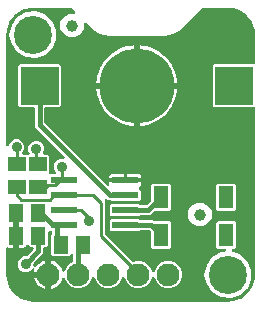
<source format=gbr>
G04 EAGLE Gerber RS-274X export*
G75*
%MOMM*%
%FSLAX34Y34*%
%LPD*%
%INTop Copper*%
%IPPOS*%
%AMOC8*
5,1,8,0,0,1.08239X$1,22.5*%
G01*
%ADD10R,1.300000X1.900000*%
%ADD11R,1.500000X1.240000*%
%ADD12C,1.930400*%
%ADD13R,1.240000X1.500000*%
%ADD14C,6.350000*%
%ADD15R,3.200000X3.200000*%
%ADD16C,3.216000*%
%ADD17C,1.000000*%
%ADD18R,2.200000X0.600000*%
%ADD19C,0.406400*%
%ADD20C,0.906400*%
%ADD21C,0.254000*%

G36*
X190522Y2543D02*
X190522Y2543D01*
X190600Y2545D01*
X193977Y2810D01*
X194045Y2824D01*
X194114Y2829D01*
X194270Y2869D01*
X200694Y4956D01*
X200801Y5006D01*
X200912Y5050D01*
X200963Y5083D01*
X200982Y5091D01*
X200997Y5104D01*
X201048Y5136D01*
X206512Y9107D01*
X206599Y9188D01*
X206646Y9227D01*
X206652Y9231D01*
X206653Y9233D01*
X206691Y9264D01*
X206729Y9310D01*
X206744Y9324D01*
X206755Y9341D01*
X206793Y9387D01*
X208486Y11717D01*
X208499Y11741D01*
X208516Y11761D01*
X208575Y11880D01*
X208639Y11996D01*
X208646Y12022D01*
X208658Y12046D01*
X208685Y12174D01*
X208699Y12185D01*
X208723Y12196D01*
X208825Y12281D01*
X208931Y12361D01*
X208948Y12381D01*
X208968Y12398D01*
X209071Y12522D01*
X210764Y14852D01*
X210821Y14956D01*
X210885Y15056D01*
X210907Y15113D01*
X210917Y15131D01*
X210922Y15151D01*
X210944Y15206D01*
X213031Y21630D01*
X213044Y21698D01*
X213067Y21764D01*
X213090Y21923D01*
X213355Y25300D01*
X213355Y25304D01*
X213356Y25307D01*
X213355Y25326D01*
X213359Y25400D01*
X213359Y166118D01*
X213344Y166236D01*
X213337Y166355D01*
X213324Y166393D01*
X213319Y166434D01*
X213276Y166544D01*
X213239Y166657D01*
X213217Y166692D01*
X213202Y166729D01*
X213133Y166825D01*
X213069Y166926D01*
X213039Y166954D01*
X213016Y166987D01*
X212924Y167063D01*
X212837Y167144D01*
X212802Y167164D01*
X212771Y167189D01*
X212663Y167240D01*
X212559Y167298D01*
X212519Y167308D01*
X212483Y167325D01*
X212366Y167347D01*
X212251Y167377D01*
X212191Y167381D01*
X212171Y167385D01*
X212150Y167383D01*
X212090Y167387D01*
X178442Y167387D01*
X177251Y168578D01*
X177251Y202262D01*
X178442Y203453D01*
X212090Y203453D01*
X212208Y203468D01*
X212327Y203475D01*
X212365Y203488D01*
X212406Y203493D01*
X212516Y203536D01*
X212629Y203573D01*
X212664Y203595D01*
X212701Y203610D01*
X212797Y203679D01*
X212898Y203743D01*
X212926Y203773D01*
X212959Y203796D01*
X213035Y203888D01*
X213116Y203975D01*
X213136Y204010D01*
X213161Y204041D01*
X213212Y204149D01*
X213270Y204253D01*
X213280Y204293D01*
X213297Y204329D01*
X213319Y204446D01*
X213349Y204561D01*
X213353Y204621D01*
X213357Y204641D01*
X213355Y204662D01*
X213359Y204722D01*
X213359Y228600D01*
X213357Y228622D01*
X213355Y228700D01*
X213090Y232077D01*
X213076Y232145D01*
X213071Y232214D01*
X213031Y232370D01*
X210944Y238794D01*
X210894Y238901D01*
X210850Y239012D01*
X210817Y239063D01*
X210809Y239082D01*
X210796Y239097D01*
X210764Y239148D01*
X206793Y244612D01*
X206712Y244699D01*
X206636Y244791D01*
X206590Y244829D01*
X206576Y244844D01*
X206558Y244855D01*
X206512Y244893D01*
X201048Y248864D01*
X200944Y248921D01*
X200844Y248985D01*
X200787Y249007D01*
X200769Y249017D01*
X200749Y249022D01*
X200694Y249044D01*
X194270Y251131D01*
X194202Y251144D01*
X194136Y251167D01*
X193977Y251190D01*
X190600Y251455D01*
X190578Y251454D01*
X190500Y251459D01*
X169218Y251459D01*
X169120Y251447D01*
X169021Y251444D01*
X168963Y251427D01*
X168903Y251419D01*
X168811Y251383D01*
X168715Y251355D01*
X168663Y251325D01*
X168607Y251302D01*
X168527Y251244D01*
X168442Y251194D01*
X168366Y251128D01*
X168350Y251116D01*
X168342Y251106D01*
X168321Y251088D01*
X151630Y234397D01*
X150145Y232912D01*
X143774Y229233D01*
X136667Y227329D01*
X89393Y227329D01*
X82286Y229233D01*
X75915Y232912D01*
X70587Y238239D01*
X70478Y238325D01*
X70371Y238413D01*
X70352Y238422D01*
X70336Y238434D01*
X70208Y238490D01*
X70083Y238549D01*
X70063Y238553D01*
X70044Y238561D01*
X69906Y238583D01*
X69770Y238609D01*
X69750Y238607D01*
X69730Y238611D01*
X69591Y238597D01*
X69453Y238589D01*
X69434Y238583D01*
X69414Y238581D01*
X69282Y238534D01*
X69151Y238491D01*
X69133Y238480D01*
X69114Y238473D01*
X68999Y238395D01*
X68882Y238321D01*
X68868Y238306D01*
X68851Y238295D01*
X68759Y238190D01*
X68664Y238089D01*
X68654Y238071D01*
X68641Y238056D01*
X68577Y237932D01*
X68510Y237811D01*
X68505Y237791D01*
X68496Y237773D01*
X68466Y237637D01*
X68431Y237503D01*
X68429Y237475D01*
X68426Y237463D01*
X68427Y237442D01*
X68421Y237342D01*
X68421Y233540D01*
X65741Y228899D01*
X61100Y226219D01*
X55740Y226219D01*
X51099Y228899D01*
X48419Y233540D01*
X48419Y238900D01*
X51099Y243541D01*
X55740Y246221D01*
X59542Y246221D01*
X59679Y246238D01*
X59818Y246251D01*
X59837Y246258D01*
X59857Y246261D01*
X59986Y246312D01*
X60118Y246359D01*
X60134Y246370D01*
X60153Y246378D01*
X60265Y246459D01*
X60381Y246537D01*
X60394Y246553D01*
X60410Y246564D01*
X60499Y246672D01*
X60591Y246776D01*
X60600Y246794D01*
X60613Y246809D01*
X60672Y246935D01*
X60736Y247059D01*
X60740Y247079D01*
X60749Y247097D01*
X60775Y247233D01*
X60805Y247369D01*
X60805Y247390D01*
X60809Y247409D01*
X60800Y247548D01*
X60796Y247687D01*
X60790Y247707D01*
X60789Y247727D01*
X60746Y247859D01*
X60707Y247993D01*
X60697Y248010D01*
X60691Y248029D01*
X60616Y248147D01*
X60546Y248267D01*
X60527Y248288D01*
X60521Y248298D01*
X60506Y248312D01*
X60505Y248314D01*
X60501Y248318D01*
X60439Y248387D01*
X57739Y251088D01*
X57661Y251148D01*
X57589Y251216D01*
X57536Y251245D01*
X57488Y251282D01*
X57397Y251322D01*
X57310Y251370D01*
X57252Y251385D01*
X57196Y251409D01*
X57098Y251424D01*
X57003Y251449D01*
X56903Y251455D01*
X56882Y251459D01*
X56870Y251457D01*
X56842Y251459D01*
X25400Y251459D01*
X25378Y251457D01*
X25300Y251455D01*
X21923Y251190D01*
X21855Y251176D01*
X21786Y251171D01*
X21630Y251131D01*
X18892Y250241D01*
X18867Y250230D01*
X18841Y250224D01*
X18724Y250163D01*
X18604Y250106D01*
X18583Y250089D01*
X18560Y250077D01*
X18462Y249989D01*
X18445Y249988D01*
X18418Y249993D01*
X18286Y249985D01*
X18153Y249983D01*
X18128Y249975D01*
X18101Y249974D01*
X17945Y249934D01*
X15206Y249044D01*
X15099Y248994D01*
X14988Y248950D01*
X14937Y248917D01*
X14918Y248909D01*
X14903Y248896D01*
X14852Y248864D01*
X9388Y244893D01*
X9301Y244812D01*
X9209Y244736D01*
X9171Y244690D01*
X9156Y244676D01*
X9145Y244658D01*
X9107Y244612D01*
X5136Y239148D01*
X5079Y239044D01*
X5015Y238944D01*
X4993Y238887D01*
X4983Y238869D01*
X4978Y238849D01*
X4956Y238794D01*
X2869Y232370D01*
X2856Y232302D01*
X2833Y232236D01*
X2810Y232077D01*
X2545Y228700D01*
X2546Y228678D01*
X2541Y228600D01*
X2541Y135425D01*
X2549Y135356D01*
X2548Y135286D01*
X2569Y135198D01*
X2581Y135109D01*
X2606Y135044D01*
X2623Y134977D01*
X2665Y134897D01*
X2698Y134814D01*
X2739Y134757D01*
X2771Y134695D01*
X2832Y134629D01*
X2884Y134556D01*
X2938Y134512D01*
X2985Y134460D01*
X3060Y134411D01*
X3129Y134353D01*
X3193Y134324D01*
X3251Y134285D01*
X3336Y134256D01*
X3417Y134218D01*
X3486Y134205D01*
X3552Y134182D01*
X3641Y134175D01*
X3729Y134158D01*
X3799Y134162D01*
X3869Y134157D01*
X3957Y134172D01*
X4047Y134178D01*
X4113Y134199D01*
X4182Y134211D01*
X4264Y134248D01*
X4349Y134276D01*
X4408Y134313D01*
X4472Y134342D01*
X4542Y134398D01*
X4618Y134446D01*
X4666Y134497D01*
X4720Y134540D01*
X4775Y134612D01*
X4836Y134678D01*
X4870Y134739D01*
X4912Y134795D01*
X4983Y134939D01*
X5865Y137069D01*
X7711Y138915D01*
X10124Y139915D01*
X12736Y139915D01*
X15149Y138915D01*
X16995Y137069D01*
X17995Y134656D01*
X17995Y132044D01*
X16995Y129631D01*
X16483Y129119D01*
X16398Y129010D01*
X16310Y128903D01*
X16301Y128884D01*
X16288Y128868D01*
X16233Y128740D01*
X16174Y128615D01*
X16170Y128595D01*
X16162Y128576D01*
X16140Y128438D01*
X16114Y128302D01*
X16115Y128282D01*
X16112Y128262D01*
X16125Y128123D01*
X16134Y127985D01*
X16140Y127966D01*
X16142Y127946D01*
X16189Y127815D01*
X16232Y127683D01*
X16243Y127665D01*
X16250Y127646D01*
X16328Y127532D01*
X16402Y127414D01*
X16417Y127400D01*
X16428Y127383D01*
X16532Y127291D01*
X16634Y127196D01*
X16652Y127186D01*
X16667Y127173D01*
X16790Y127110D01*
X16912Y127042D01*
X16932Y127037D01*
X16950Y127028D01*
X17086Y126998D01*
X17220Y126963D01*
X17248Y126961D01*
X17260Y126958D01*
X17281Y126959D01*
X17381Y126953D01*
X20126Y126953D01*
X20199Y126936D01*
X20239Y126937D01*
X20279Y126931D01*
X20398Y126942D01*
X20517Y126946D01*
X20541Y126953D01*
X21059Y126953D01*
X21108Y126959D01*
X21158Y126957D01*
X21265Y126979D01*
X21374Y126993D01*
X21420Y127011D01*
X21469Y127021D01*
X21568Y127069D01*
X21670Y127110D01*
X21710Y127139D01*
X21755Y127161D01*
X21838Y127232D01*
X21927Y127296D01*
X21959Y127335D01*
X21997Y127367D01*
X22060Y127457D01*
X22130Y127541D01*
X22151Y127586D01*
X22180Y127627D01*
X22219Y127730D01*
X22266Y127829D01*
X22275Y127878D01*
X22292Y127924D01*
X22305Y128034D01*
X22325Y128141D01*
X22322Y128191D01*
X22328Y128240D01*
X22312Y128349D01*
X22306Y128459D01*
X22290Y128506D01*
X22283Y128555D01*
X22231Y128708D01*
X21375Y130774D01*
X21375Y133386D01*
X22375Y135799D01*
X24221Y137645D01*
X26634Y138645D01*
X29246Y138645D01*
X31659Y137645D01*
X33505Y135799D01*
X34505Y133386D01*
X34505Y130774D01*
X33649Y128708D01*
X33636Y128660D01*
X33614Y128615D01*
X33594Y128507D01*
X33565Y128401D01*
X33564Y128351D01*
X33555Y128302D01*
X33562Y128193D01*
X33560Y128083D01*
X33571Y128035D01*
X33574Y127985D01*
X33608Y127881D01*
X33634Y127774D01*
X33657Y127730D01*
X33672Y127683D01*
X33731Y127590D01*
X33783Y127493D01*
X33816Y127456D01*
X33843Y127414D01*
X33923Y127339D01*
X33997Y127257D01*
X34038Y127230D01*
X34074Y127196D01*
X34170Y127143D01*
X34262Y127083D01*
X34309Y127066D01*
X34353Y127042D01*
X34459Y127015D01*
X34563Y126979D01*
X34613Y126975D01*
X34661Y126963D01*
X34821Y126953D01*
X37552Y126953D01*
X38743Y125762D01*
X38743Y111712D01*
X38758Y111594D01*
X38765Y111475D01*
X38778Y111437D01*
X38783Y111396D01*
X38826Y111286D01*
X38863Y111173D01*
X38885Y111138D01*
X38900Y111101D01*
X38969Y111005D01*
X39033Y110904D01*
X39063Y110876D01*
X39086Y110843D01*
X39178Y110767D01*
X39265Y110686D01*
X39300Y110666D01*
X39331Y110641D01*
X39439Y110590D01*
X39543Y110532D01*
X39583Y110522D01*
X39619Y110505D01*
X39736Y110483D01*
X39851Y110453D01*
X39911Y110449D01*
X39931Y110445D01*
X39952Y110447D01*
X40012Y110443D01*
X43579Y110443D01*
X43717Y110460D01*
X43855Y110473D01*
X43874Y110480D01*
X43895Y110483D01*
X44024Y110534D01*
X44155Y110581D01*
X44172Y110592D01*
X44190Y110600D01*
X44303Y110681D01*
X44418Y110759D01*
X44431Y110775D01*
X44448Y110786D01*
X44536Y110894D01*
X44628Y110998D01*
X44638Y111016D01*
X44650Y111031D01*
X44710Y111157D01*
X44773Y111281D01*
X44777Y111301D01*
X44786Y111319D01*
X44812Y111456D01*
X44843Y111591D01*
X44842Y111612D01*
X44846Y111631D01*
X44837Y111770D01*
X44833Y111909D01*
X44827Y111929D01*
X44826Y111949D01*
X44783Y112081D01*
X44745Y112215D01*
X44734Y112232D01*
X44728Y112251D01*
X44654Y112369D01*
X44583Y112489D01*
X44564Y112510D01*
X44558Y112520D01*
X44543Y112534D01*
X44477Y112609D01*
X43965Y113121D01*
X42965Y115534D01*
X42965Y118146D01*
X43965Y120559D01*
X45811Y122405D01*
X48224Y123405D01*
X50663Y123405D01*
X50800Y123422D01*
X50939Y123435D01*
X50958Y123442D01*
X50978Y123445D01*
X51107Y123496D01*
X51238Y123543D01*
X51255Y123554D01*
X51274Y123562D01*
X51386Y123643D01*
X51501Y123721D01*
X51515Y123737D01*
X51531Y123748D01*
X51620Y123856D01*
X51712Y123960D01*
X51721Y123978D01*
X51734Y123993D01*
X51793Y124119D01*
X51856Y124243D01*
X51861Y124263D01*
X51870Y124281D01*
X51896Y124417D01*
X51926Y124553D01*
X51926Y124574D01*
X51929Y124593D01*
X51921Y124732D01*
X51916Y124871D01*
X51911Y124891D01*
X51910Y124911D01*
X51867Y125043D01*
X51828Y125177D01*
X51818Y125194D01*
X51812Y125213D01*
X51737Y125331D01*
X51667Y125451D01*
X51648Y125472D01*
X51641Y125482D01*
X51627Y125496D01*
X51560Y125571D01*
X29464Y147668D01*
X26711Y150420D01*
X26711Y166118D01*
X26696Y166236D01*
X26689Y166355D01*
X26676Y166393D01*
X26671Y166434D01*
X26628Y166544D01*
X26591Y166657D01*
X26569Y166692D01*
X26554Y166729D01*
X26485Y166825D01*
X26421Y166926D01*
X26391Y166954D01*
X26368Y166987D01*
X26276Y167063D01*
X26189Y167144D01*
X26154Y167164D01*
X26123Y167189D01*
X26015Y167240D01*
X25911Y167298D01*
X25871Y167308D01*
X25835Y167325D01*
X25718Y167347D01*
X25603Y167377D01*
X25543Y167381D01*
X25523Y167385D01*
X25502Y167383D01*
X25442Y167387D01*
X13934Y167387D01*
X12743Y168578D01*
X12743Y202262D01*
X13934Y203453D01*
X47618Y203453D01*
X48809Y202262D01*
X48809Y168578D01*
X47618Y167387D01*
X36110Y167387D01*
X35992Y167372D01*
X35873Y167365D01*
X35835Y167352D01*
X35794Y167347D01*
X35684Y167304D01*
X35571Y167267D01*
X35536Y167245D01*
X35499Y167230D01*
X35403Y167161D01*
X35302Y167097D01*
X35274Y167067D01*
X35241Y167044D01*
X35165Y166952D01*
X35084Y166865D01*
X35064Y166830D01*
X35039Y166799D01*
X34988Y166691D01*
X34930Y166587D01*
X34920Y166547D01*
X34903Y166511D01*
X34881Y166394D01*
X34851Y166279D01*
X34847Y166219D01*
X34843Y166199D01*
X34845Y166178D01*
X34841Y166118D01*
X34841Y154313D01*
X34853Y154215D01*
X34856Y154116D01*
X34873Y154058D01*
X34881Y153998D01*
X34917Y153906D01*
X34945Y153811D01*
X34975Y153758D01*
X34998Y153702D01*
X35056Y153622D01*
X35106Y153537D01*
X35172Y153461D01*
X35184Y153445D01*
X35194Y153437D01*
X35212Y153416D01*
X87816Y100813D01*
X87931Y100723D01*
X88044Y100632D01*
X88056Y100626D01*
X88067Y100618D01*
X88201Y100560D01*
X88333Y100499D01*
X88346Y100497D01*
X88359Y100491D01*
X88503Y100469D01*
X88646Y100443D01*
X88659Y100444D01*
X88673Y100442D01*
X88818Y100455D01*
X88963Y100466D01*
X88976Y100470D01*
X88989Y100471D01*
X89127Y100521D01*
X89265Y100567D01*
X89276Y100574D01*
X89289Y100579D01*
X89409Y100661D01*
X89532Y100740D01*
X89541Y100750D01*
X89552Y100758D01*
X89648Y100866D01*
X89747Y100974D01*
X89753Y100986D01*
X89762Y100996D01*
X89829Y101126D01*
X89898Y101254D01*
X89901Y101267D01*
X89907Y101279D01*
X89939Y101421D01*
X89974Y101563D01*
X89974Y101577D01*
X89977Y101590D01*
X89972Y101735D01*
X89971Y101881D01*
X89967Y101899D01*
X89967Y101907D01*
X89962Y101924D01*
X89939Y102039D01*
X89929Y102076D01*
X89929Y103911D01*
X103240Y103911D01*
X103358Y103926D01*
X103477Y103933D01*
X103484Y103935D01*
X103540Y103921D01*
X103600Y103917D01*
X103620Y103913D01*
X103640Y103915D01*
X103700Y103911D01*
X117011Y103911D01*
X117011Y102076D01*
X116838Y101429D01*
X116503Y100850D01*
X116030Y100377D01*
X115337Y99977D01*
X115237Y99901D01*
X115133Y99830D01*
X115111Y99805D01*
X115084Y99785D01*
X115006Y99686D01*
X114923Y99592D01*
X114907Y99562D01*
X114886Y99536D01*
X114835Y99420D01*
X114778Y99309D01*
X114771Y99276D01*
X114757Y99245D01*
X114736Y99121D01*
X114708Y98998D01*
X114709Y98965D01*
X114704Y98931D01*
X114714Y98806D01*
X114718Y98681D01*
X114727Y98648D01*
X114730Y98615D01*
X114772Y98496D01*
X114806Y98375D01*
X114824Y98346D01*
X114835Y98314D01*
X114904Y98209D01*
X114968Y98101D01*
X115000Y98064D01*
X115010Y98049D01*
X115027Y98035D01*
X115074Y97980D01*
X116503Y96552D01*
X116503Y88868D01*
X115312Y87677D01*
X91628Y87677D01*
X91032Y88274D01*
X90953Y88334D01*
X90881Y88402D01*
X90828Y88431D01*
X90780Y88468D01*
X90690Y88508D01*
X90603Y88556D01*
X90544Y88571D01*
X90489Y88595D01*
X90391Y88610D01*
X90295Y88635D01*
X90195Y88641D01*
X90175Y88645D01*
X90162Y88643D01*
X90134Y88645D01*
X88486Y88645D01*
X88019Y89112D01*
X87910Y89197D01*
X87803Y89286D01*
X87784Y89295D01*
X87768Y89307D01*
X87640Y89362D01*
X87515Y89422D01*
X87495Y89425D01*
X87476Y89433D01*
X87338Y89455D01*
X87202Y89481D01*
X87182Y89480D01*
X87162Y89483D01*
X87023Y89470D01*
X86885Y89462D01*
X86866Y89455D01*
X86846Y89453D01*
X86715Y89406D01*
X86583Y89364D01*
X86565Y89353D01*
X86546Y89346D01*
X86432Y89268D01*
X86314Y89193D01*
X86300Y89179D01*
X86283Y89167D01*
X86191Y89063D01*
X86096Y88962D01*
X86086Y88944D01*
X86073Y88929D01*
X86010Y88805D01*
X85942Y88683D01*
X85937Y88664D01*
X85928Y88646D01*
X85898Y88510D01*
X85863Y88375D01*
X85861Y88347D01*
X85858Y88335D01*
X85859Y88315D01*
X85853Y88215D01*
X85853Y60314D01*
X85865Y60216D01*
X85868Y60117D01*
X85885Y60058D01*
X85893Y59998D01*
X85929Y59906D01*
X85957Y59811D01*
X85987Y59759D01*
X86010Y59703D01*
X86068Y59623D01*
X86118Y59537D01*
X86184Y59462D01*
X86196Y59445D01*
X86206Y59437D01*
X86224Y59416D01*
X108958Y36683D01*
X108981Y36665D01*
X109000Y36642D01*
X109106Y36568D01*
X109209Y36488D01*
X109236Y36476D01*
X109260Y36459D01*
X109382Y36413D01*
X109501Y36362D01*
X109530Y36357D01*
X109558Y36346D01*
X109687Y36332D01*
X109815Y36312D01*
X109845Y36314D01*
X109874Y36311D01*
X110002Y36329D01*
X110132Y36341D01*
X110160Y36351D01*
X110189Y36356D01*
X110341Y36408D01*
X111976Y37085D01*
X116624Y37085D01*
X120919Y35306D01*
X124206Y32019D01*
X125827Y28104D01*
X125896Y27983D01*
X125961Y27860D01*
X125975Y27845D01*
X125985Y27828D01*
X126082Y27728D01*
X126175Y27625D01*
X126192Y27614D01*
X126206Y27599D01*
X126325Y27527D01*
X126441Y27450D01*
X126460Y27444D01*
X126477Y27433D01*
X126610Y27392D01*
X126742Y27347D01*
X126762Y27346D01*
X126781Y27340D01*
X126920Y27333D01*
X127059Y27322D01*
X127079Y27325D01*
X127099Y27324D01*
X127235Y27353D01*
X127372Y27376D01*
X127391Y27385D01*
X127410Y27389D01*
X127536Y27450D01*
X127662Y27507D01*
X127678Y27520D01*
X127696Y27528D01*
X127802Y27619D01*
X127910Y27706D01*
X127923Y27722D01*
X127938Y27735D01*
X128018Y27849D01*
X128102Y27960D01*
X128114Y27985D01*
X128121Y27995D01*
X128128Y28014D01*
X128173Y28104D01*
X129794Y32019D01*
X133081Y35306D01*
X137376Y37085D01*
X142024Y37085D01*
X146319Y35306D01*
X149606Y32019D01*
X151385Y27724D01*
X151385Y23076D01*
X149606Y18781D01*
X146319Y15494D01*
X142024Y13715D01*
X137376Y13715D01*
X133081Y15494D01*
X129794Y18781D01*
X128173Y22696D01*
X128104Y22816D01*
X128039Y22940D01*
X128025Y22954D01*
X128015Y22972D01*
X127918Y23072D01*
X127825Y23175D01*
X127808Y23186D01*
X127794Y23201D01*
X127676Y23273D01*
X127559Y23350D01*
X127540Y23356D01*
X127523Y23367D01*
X127390Y23408D01*
X127258Y23453D01*
X127238Y23454D01*
X127219Y23460D01*
X127080Y23467D01*
X126941Y23478D01*
X126921Y23475D01*
X126901Y23476D01*
X126765Y23447D01*
X126628Y23424D01*
X126610Y23415D01*
X126590Y23411D01*
X126464Y23350D01*
X126338Y23293D01*
X126322Y23280D01*
X126304Y23272D01*
X126198Y23181D01*
X126090Y23094D01*
X126077Y23078D01*
X126062Y23065D01*
X125982Y22951D01*
X125898Y22840D01*
X125886Y22815D01*
X125879Y22805D01*
X125872Y22786D01*
X125827Y22696D01*
X124206Y18781D01*
X120919Y15494D01*
X116624Y13715D01*
X111976Y13715D01*
X107681Y15494D01*
X104394Y18781D01*
X102773Y22696D01*
X102704Y22816D01*
X102639Y22939D01*
X102625Y22954D01*
X102615Y22972D01*
X102518Y23072D01*
X102425Y23175D01*
X102408Y23186D01*
X102394Y23200D01*
X102276Y23273D01*
X102159Y23350D01*
X102140Y23356D01*
X102123Y23367D01*
X101990Y23408D01*
X101858Y23453D01*
X101838Y23454D01*
X101819Y23460D01*
X101680Y23467D01*
X101541Y23478D01*
X101521Y23475D01*
X101501Y23475D01*
X101365Y23447D01*
X101228Y23424D01*
X101210Y23415D01*
X101190Y23411D01*
X101064Y23350D01*
X100938Y23293D01*
X100922Y23280D01*
X100904Y23271D01*
X100798Y23181D01*
X100690Y23094D01*
X100677Y23078D01*
X100662Y23065D01*
X100582Y22951D01*
X100498Y22840D01*
X100486Y22815D01*
X100479Y22805D01*
X100472Y22786D01*
X100427Y22696D01*
X98806Y18781D01*
X95519Y15494D01*
X91224Y13715D01*
X86576Y13715D01*
X82281Y15494D01*
X78994Y18781D01*
X77373Y22696D01*
X77304Y22816D01*
X77239Y22939D01*
X77225Y22954D01*
X77215Y22972D01*
X77118Y23072D01*
X77025Y23175D01*
X77008Y23186D01*
X76994Y23200D01*
X76876Y23273D01*
X76759Y23350D01*
X76740Y23356D01*
X76723Y23367D01*
X76590Y23408D01*
X76458Y23453D01*
X76438Y23454D01*
X76419Y23460D01*
X76280Y23467D01*
X76141Y23478D01*
X76121Y23475D01*
X76101Y23475D01*
X75965Y23447D01*
X75828Y23424D01*
X75810Y23415D01*
X75790Y23411D01*
X75664Y23350D01*
X75538Y23293D01*
X75522Y23280D01*
X75504Y23271D01*
X75398Y23181D01*
X75290Y23094D01*
X75277Y23078D01*
X75262Y23065D01*
X75182Y22951D01*
X75098Y22840D01*
X75086Y22815D01*
X75079Y22805D01*
X75072Y22786D01*
X75027Y22696D01*
X73406Y18781D01*
X70119Y15494D01*
X65824Y13715D01*
X61176Y13715D01*
X56881Y15494D01*
X53594Y18781D01*
X52207Y22130D01*
X52192Y22156D01*
X52183Y22184D01*
X52114Y22294D01*
X52050Y22406D01*
X52029Y22428D01*
X52013Y22453D01*
X51919Y22541D01*
X51828Y22635D01*
X51803Y22650D01*
X51781Y22671D01*
X51668Y22733D01*
X51557Y22801D01*
X51529Y22810D01*
X51502Y22824D01*
X51377Y22856D01*
X51253Y22894D01*
X51223Y22896D01*
X51194Y22903D01*
X51065Y22903D01*
X50936Y22910D01*
X50906Y22904D01*
X50876Y22904D01*
X50751Y22871D01*
X50624Y22845D01*
X50597Y22832D01*
X50568Y22825D01*
X50455Y22763D01*
X50338Y22706D01*
X50316Y22686D01*
X50289Y22672D01*
X50195Y22583D01*
X50096Y22499D01*
X50079Y22475D01*
X50057Y22454D01*
X49988Y22345D01*
X49913Y22239D01*
X49903Y22211D01*
X49887Y22186D01*
X49827Y22036D01*
X49399Y20720D01*
X48528Y19010D01*
X47400Y17457D01*
X46043Y16100D01*
X44490Y14972D01*
X42780Y14101D01*
X40955Y13507D01*
X40599Y13451D01*
X40599Y24170D01*
X40584Y24288D01*
X40577Y24407D01*
X40564Y24445D01*
X40559Y24485D01*
X40516Y24596D01*
X40479Y24709D01*
X40457Y24743D01*
X40442Y24781D01*
X40373Y24877D01*
X40309Y24978D01*
X40279Y25006D01*
X40256Y25038D01*
X40164Y25114D01*
X40077Y25196D01*
X40042Y25215D01*
X40011Y25241D01*
X39903Y25292D01*
X39799Y25349D01*
X39759Y25359D01*
X39723Y25377D01*
X39616Y25397D01*
X39646Y25401D01*
X39756Y25445D01*
X39869Y25481D01*
X39904Y25503D01*
X39941Y25518D01*
X40037Y25588D01*
X40138Y25651D01*
X40166Y25681D01*
X40199Y25705D01*
X40275Y25796D01*
X40356Y25883D01*
X40376Y25918D01*
X40401Y25950D01*
X40452Y26057D01*
X40510Y26162D01*
X40520Y26201D01*
X40537Y26237D01*
X40559Y26354D01*
X40589Y26470D01*
X40593Y26530D01*
X40597Y26550D01*
X40595Y26570D01*
X40597Y26576D01*
X40596Y26583D01*
X40599Y26630D01*
X40599Y37349D01*
X40955Y37293D01*
X42780Y36699D01*
X44490Y35828D01*
X46043Y34700D01*
X47400Y33343D01*
X48528Y31790D01*
X49399Y30080D01*
X49827Y28764D01*
X49840Y28737D01*
X49847Y28708D01*
X49870Y28664D01*
X49873Y28656D01*
X49883Y28640D01*
X49908Y28593D01*
X49963Y28476D01*
X49982Y28453D01*
X49996Y28426D01*
X50083Y28331D01*
X50165Y28231D01*
X50190Y28213D01*
X50210Y28191D01*
X50318Y28120D01*
X50423Y28044D01*
X50450Y28033D01*
X50475Y28016D01*
X50598Y27974D01*
X50718Y27927D01*
X50748Y27923D01*
X50776Y27913D01*
X50905Y27903D01*
X51034Y27887D01*
X51063Y27890D01*
X51093Y27888D01*
X51221Y27910D01*
X51349Y27926D01*
X51377Y27937D01*
X51406Y27942D01*
X51524Y27995D01*
X51645Y28043D01*
X51669Y28061D01*
X51696Y28073D01*
X51797Y28154D01*
X51903Y28230D01*
X51922Y28253D01*
X51945Y28271D01*
X52023Y28375D01*
X52105Y28475D01*
X52118Y28502D01*
X52136Y28526D01*
X52207Y28670D01*
X53594Y32019D01*
X56881Y35306D01*
X58652Y36039D01*
X58677Y36054D01*
X58705Y36063D01*
X58815Y36132D01*
X58928Y36197D01*
X58949Y36217D01*
X58974Y36233D01*
X59063Y36328D01*
X59156Y36418D01*
X59172Y36443D01*
X59192Y36465D01*
X59255Y36578D01*
X59323Y36689D01*
X59331Y36717D01*
X59346Y36743D01*
X59378Y36869D01*
X59416Y36993D01*
X59418Y37023D01*
X59425Y37051D01*
X59435Y37212D01*
X59435Y41676D01*
X59418Y41814D01*
X59405Y41953D01*
X59398Y41972D01*
X59395Y41992D01*
X59344Y42121D01*
X59297Y42252D01*
X59286Y42269D01*
X59278Y42288D01*
X59197Y42400D01*
X59119Y42515D01*
X59103Y42528D01*
X59092Y42545D01*
X58984Y42634D01*
X58880Y42726D01*
X58862Y42735D01*
X58847Y42748D01*
X58721Y42807D01*
X58597Y42870D01*
X58577Y42875D01*
X58559Y42883D01*
X58422Y42909D01*
X58287Y42940D01*
X58266Y42939D01*
X58247Y42943D01*
X58108Y42934D01*
X57969Y42930D01*
X57949Y42925D01*
X57929Y42923D01*
X57797Y42881D01*
X57663Y42842D01*
X57646Y42831D01*
X57627Y42825D01*
X57509Y42751D01*
X57389Y42680D01*
X57368Y42662D01*
X57358Y42655D01*
X57344Y42640D01*
X57269Y42574D01*
X55962Y41267D01*
X41878Y41267D01*
X40687Y42458D01*
X40687Y59142D01*
X41283Y59738D01*
X41344Y59816D01*
X41412Y59889D01*
X41441Y59942D01*
X41478Y59989D01*
X41518Y60080D01*
X41566Y60167D01*
X41581Y60226D01*
X41605Y60281D01*
X41620Y60379D01*
X41645Y60475D01*
X41651Y60575D01*
X41655Y60595D01*
X41653Y60608D01*
X41655Y60636D01*
X41655Y61008D01*
X41640Y61126D01*
X41633Y61245D01*
X41620Y61283D01*
X41615Y61324D01*
X41572Y61434D01*
X41535Y61547D01*
X41513Y61582D01*
X41498Y61619D01*
X41429Y61715D01*
X41365Y61816D01*
X41335Y61844D01*
X41312Y61877D01*
X41220Y61953D01*
X41133Y62034D01*
X41098Y62054D01*
X41067Y62079D01*
X40959Y62130D01*
X40855Y62188D01*
X40815Y62198D01*
X40779Y62215D01*
X40662Y62237D01*
X40547Y62267D01*
X40487Y62271D01*
X40467Y62275D01*
X40446Y62273D01*
X40386Y62277D01*
X39322Y62277D01*
X39204Y62262D01*
X39085Y62255D01*
X39047Y62242D01*
X39006Y62237D01*
X38896Y62194D01*
X38783Y62157D01*
X38748Y62135D01*
X38711Y62120D01*
X38615Y62051D01*
X38514Y61987D01*
X38486Y61957D01*
X38453Y61934D01*
X38377Y61842D01*
X38296Y61755D01*
X38276Y61720D01*
X38251Y61689D01*
X38200Y61581D01*
X38142Y61477D01*
X38132Y61437D01*
X38115Y61401D01*
X38093Y61284D01*
X38063Y61169D01*
X38059Y61109D01*
X38055Y61089D01*
X38057Y61068D01*
X38053Y61008D01*
X38053Y50078D01*
X36862Y48887D01*
X35154Y48887D01*
X35036Y48872D01*
X34917Y48865D01*
X34879Y48852D01*
X34838Y48847D01*
X34728Y48804D01*
X34615Y48767D01*
X34580Y48745D01*
X34543Y48730D01*
X34447Y48661D01*
X34346Y48597D01*
X34318Y48567D01*
X34285Y48544D01*
X34209Y48452D01*
X34128Y48365D01*
X34108Y48330D01*
X34083Y48299D01*
X34032Y48191D01*
X33974Y48087D01*
X33964Y48047D01*
X33947Y48011D01*
X33925Y47894D01*
X33895Y47779D01*
X33891Y47719D01*
X33887Y47699D01*
X33889Y47678D01*
X33885Y47618D01*
X33885Y43376D01*
X25986Y35478D01*
X25926Y35400D01*
X25858Y35328D01*
X25829Y35275D01*
X25792Y35227D01*
X25752Y35136D01*
X25704Y35049D01*
X25689Y34991D01*
X25665Y34935D01*
X25650Y34837D01*
X25625Y34741D01*
X25619Y34641D01*
X25615Y34621D01*
X25617Y34609D01*
X25615Y34581D01*
X25615Y32865D01*
X25625Y32786D01*
X25625Y32707D01*
X25645Y32629D01*
X25655Y32550D01*
X25684Y32476D01*
X25704Y32399D01*
X25742Y32328D01*
X25772Y32254D01*
X25818Y32190D01*
X25857Y32120D01*
X25911Y32062D01*
X25958Y31997D01*
X26020Y31946D01*
X26074Y31888D01*
X26142Y31845D01*
X26203Y31794D01*
X26275Y31760D01*
X26343Y31717D01*
X26419Y31692D01*
X26491Y31658D01*
X26569Y31643D01*
X26645Y31619D01*
X26725Y31614D01*
X26803Y31599D01*
X26883Y31604D01*
X26962Y31599D01*
X27041Y31613D01*
X27121Y31618D01*
X27197Y31643D01*
X27275Y31658D01*
X27347Y31692D01*
X27423Y31716D01*
X27491Y31759D01*
X27563Y31793D01*
X27624Y31844D01*
X27692Y31887D01*
X27747Y31945D01*
X27808Y31995D01*
X27909Y32117D01*
X27910Y32118D01*
X27910Y32119D01*
X27911Y32119D01*
X28800Y33343D01*
X30157Y34700D01*
X31710Y35828D01*
X33420Y36699D01*
X35245Y37293D01*
X35601Y37349D01*
X35601Y27899D01*
X26151Y27899D01*
X26207Y28255D01*
X26455Y29017D01*
X26459Y29036D01*
X26467Y29055D01*
X26488Y29192D01*
X26515Y29329D01*
X26513Y29349D01*
X26516Y29369D01*
X26503Y29508D01*
X26495Y29646D01*
X26488Y29665D01*
X26487Y29685D01*
X26439Y29817D01*
X26396Y29949D01*
X26386Y29966D01*
X26379Y29985D01*
X26301Y30100D01*
X26226Y30218D01*
X26212Y30231D01*
X26200Y30248D01*
X26096Y30340D01*
X25994Y30435D01*
X25977Y30445D01*
X25962Y30458D01*
X25838Y30522D01*
X25716Y30589D01*
X25696Y30594D01*
X25679Y30603D01*
X25543Y30633D01*
X25408Y30668D01*
X25388Y30668D01*
X25368Y30672D01*
X25229Y30668D01*
X25090Y30668D01*
X25071Y30663D01*
X25051Y30663D01*
X24916Y30624D01*
X24782Y30589D01*
X24764Y30580D01*
X24745Y30574D01*
X24625Y30503D01*
X24503Y30437D01*
X24488Y30423D01*
X24471Y30413D01*
X24350Y30306D01*
X22769Y28725D01*
X20356Y27725D01*
X17744Y27725D01*
X15331Y28725D01*
X13485Y30571D01*
X12485Y32984D01*
X12485Y35596D01*
X13485Y38009D01*
X15331Y39855D01*
X17744Y40855D01*
X19341Y40855D01*
X19439Y40867D01*
X19538Y40870D01*
X19596Y40887D01*
X19656Y40895D01*
X19748Y40931D01*
X19843Y40959D01*
X19895Y40989D01*
X19952Y41012D01*
X20032Y41070D01*
X20117Y41120D01*
X20193Y41186D01*
X20209Y41198D01*
X20217Y41208D01*
X20238Y41226D01*
X25384Y46372D01*
X25444Y46450D01*
X25512Y46522D01*
X25541Y46575D01*
X25578Y46623D01*
X25618Y46714D01*
X25666Y46801D01*
X25681Y46859D01*
X25705Y46915D01*
X25720Y47013D01*
X25745Y47109D01*
X25751Y47209D01*
X25755Y47229D01*
X25753Y47241D01*
X25755Y47269D01*
X25755Y47618D01*
X25740Y47736D01*
X25733Y47855D01*
X25720Y47893D01*
X25715Y47934D01*
X25672Y48044D01*
X25635Y48157D01*
X25613Y48192D01*
X25598Y48229D01*
X25529Y48325D01*
X25465Y48426D01*
X25435Y48454D01*
X25412Y48487D01*
X25320Y48563D01*
X25233Y48644D01*
X25198Y48664D01*
X25167Y48689D01*
X25059Y48740D01*
X24955Y48798D01*
X24915Y48808D01*
X24879Y48825D01*
X24762Y48847D01*
X24647Y48877D01*
X24587Y48881D01*
X24567Y48885D01*
X24546Y48883D01*
X24486Y48887D01*
X22778Y48887D01*
X21413Y50252D01*
X21314Y50329D01*
X21219Y50411D01*
X21189Y50426D01*
X21162Y50447D01*
X21047Y50497D01*
X20934Y50553D01*
X20901Y50560D01*
X20870Y50573D01*
X20746Y50593D01*
X20623Y50619D01*
X20589Y50618D01*
X20556Y50623D01*
X20431Y50612D01*
X20305Y50606D01*
X20273Y50597D01*
X20239Y50593D01*
X20121Y50551D01*
X20001Y50515D01*
X19972Y50497D01*
X19940Y50486D01*
X19836Y50415D01*
X19728Y50350D01*
X19705Y50326D01*
X19677Y50307D01*
X19594Y50213D01*
X19506Y50123D01*
X19479Y50083D01*
X19466Y50069D01*
X19456Y50049D01*
X19416Y49989D01*
X19053Y49360D01*
X18580Y48887D01*
X18001Y48552D01*
X17354Y48379D01*
X13359Y48379D01*
X13359Y57150D01*
X13344Y57268D01*
X13337Y57387D01*
X13324Y57425D01*
X13319Y57465D01*
X13275Y57576D01*
X13239Y57689D01*
X13217Y57724D01*
X13202Y57761D01*
X13132Y57857D01*
X13069Y57958D01*
X13039Y57986D01*
X13015Y58018D01*
X12924Y58094D01*
X12837Y58176D01*
X12802Y58195D01*
X12770Y58221D01*
X12663Y58272D01*
X12559Y58329D01*
X12519Y58340D01*
X12483Y58357D01*
X12366Y58379D01*
X12251Y58409D01*
X12190Y58413D01*
X12170Y58417D01*
X12150Y58415D01*
X12090Y58419D01*
X9550Y58419D01*
X9432Y58404D01*
X9313Y58397D01*
X9275Y58384D01*
X9235Y58379D01*
X9124Y58335D01*
X9011Y58299D01*
X8976Y58277D01*
X8939Y58262D01*
X8843Y58192D01*
X8742Y58129D01*
X8714Y58099D01*
X8681Y58075D01*
X8606Y57984D01*
X8524Y57897D01*
X8504Y57862D01*
X8479Y57830D01*
X8428Y57723D01*
X8370Y57619D01*
X8360Y57579D01*
X8343Y57543D01*
X8321Y57426D01*
X8291Y57311D01*
X8287Y57250D01*
X8283Y57230D01*
X8285Y57210D01*
X8284Y57203D01*
X8283Y57199D01*
X8284Y57195D01*
X8281Y57150D01*
X8281Y48379D01*
X4285Y48379D01*
X4139Y48419D01*
X4014Y48436D01*
X3890Y48459D01*
X3857Y48457D01*
X3823Y48462D01*
X3698Y48447D01*
X3573Y48440D01*
X3541Y48429D01*
X3508Y48425D01*
X3390Y48380D01*
X3271Y48342D01*
X3242Y48324D01*
X3211Y48311D01*
X3108Y48239D01*
X3002Y48171D01*
X2979Y48147D01*
X2951Y48127D01*
X2870Y48031D01*
X2784Y47940D01*
X2768Y47910D01*
X2746Y47885D01*
X2691Y47771D01*
X2630Y47661D01*
X2622Y47629D01*
X2607Y47598D01*
X2582Y47475D01*
X2551Y47353D01*
X2548Y47305D01*
X2544Y47287D01*
X2545Y47265D01*
X2541Y47193D01*
X2541Y25400D01*
X2543Y25378D01*
X2545Y25300D01*
X2810Y21923D01*
X2824Y21855D01*
X2829Y21786D01*
X2869Y21630D01*
X4956Y15206D01*
X5006Y15099D01*
X5050Y14988D01*
X5083Y14937D01*
X5091Y14918D01*
X5104Y14903D01*
X5136Y14852D01*
X9107Y9388D01*
X9127Y9366D01*
X9138Y9348D01*
X9184Y9305D01*
X9188Y9301D01*
X9264Y9209D01*
X9310Y9171D01*
X9324Y9156D01*
X9342Y9145D01*
X9388Y9107D01*
X14596Y5322D01*
X14852Y5136D01*
X14956Y5079D01*
X15056Y5015D01*
X15113Y4993D01*
X15131Y4983D01*
X15151Y4978D01*
X15206Y4956D01*
X21630Y2869D01*
X21698Y2856D01*
X21764Y2833D01*
X21923Y2810D01*
X25300Y2545D01*
X25322Y2546D01*
X25400Y2541D01*
X190500Y2541D01*
X190522Y2543D01*
G37*
%LPC*%
G36*
X184279Y6253D02*
X184279Y6253D01*
X177029Y10439D01*
X172108Y17211D01*
X170368Y25400D01*
X172108Y33589D01*
X177029Y40361D01*
X184279Y44547D01*
X187311Y44866D01*
X187402Y44887D01*
X187494Y44899D01*
X187556Y44923D01*
X187621Y44938D01*
X187703Y44981D01*
X187790Y45016D01*
X187843Y45055D01*
X187903Y45086D01*
X187972Y45148D01*
X188047Y45202D01*
X188089Y45254D01*
X188139Y45298D01*
X188190Y45376D01*
X188250Y45447D01*
X188278Y45508D01*
X188315Y45563D01*
X188346Y45651D01*
X188385Y45735D01*
X188398Y45800D01*
X188420Y45863D01*
X188428Y45956D01*
X188445Y46048D01*
X188441Y46114D01*
X188447Y46180D01*
X188431Y46272D01*
X188425Y46365D01*
X188405Y46428D01*
X188394Y46494D01*
X188356Y46579D01*
X188327Y46667D01*
X188292Y46724D01*
X188265Y46785D01*
X188207Y46857D01*
X188157Y46936D01*
X188109Y46982D01*
X188067Y47034D01*
X187993Y47090D01*
X187925Y47154D01*
X187867Y47186D01*
X187814Y47227D01*
X187728Y47263D01*
X187647Y47308D01*
X187583Y47324D01*
X187521Y47350D01*
X187429Y47364D01*
X187339Y47387D01*
X187224Y47394D01*
X187207Y47397D01*
X187192Y47396D01*
X187178Y47397D01*
X181448Y47397D01*
X180257Y48588D01*
X180257Y69272D01*
X181448Y70463D01*
X196132Y70463D01*
X197323Y69272D01*
X197323Y48588D01*
X196132Y47397D01*
X194539Y47397D01*
X194421Y47382D01*
X194302Y47375D01*
X194263Y47362D01*
X194224Y47357D01*
X194113Y47314D01*
X193999Y47277D01*
X193965Y47255D01*
X193928Y47240D01*
X193831Y47170D01*
X193730Y47106D01*
X193703Y47077D01*
X193671Y47054D01*
X193594Y46962D01*
X193513Y46875D01*
X193493Y46839D01*
X193468Y46809D01*
X193417Y46701D01*
X193359Y46596D01*
X193349Y46557D01*
X193332Y46521D01*
X193310Y46404D01*
X193280Y46288D01*
X193280Y46248D01*
X193272Y46209D01*
X193280Y46089D01*
X193280Y45970D01*
X193290Y45931D01*
X193292Y45891D01*
X193329Y45778D01*
X193359Y45662D01*
X193378Y45627D01*
X193390Y45589D01*
X193454Y45488D01*
X193511Y45383D01*
X193539Y45354D01*
X193560Y45320D01*
X193647Y45238D01*
X193729Y45151D01*
X193763Y45129D01*
X193792Y45102D01*
X193896Y45044D01*
X193997Y44980D01*
X194053Y44958D01*
X194070Y44948D01*
X194090Y44943D01*
X194147Y44921D01*
X200566Y42835D01*
X206787Y37234D01*
X210192Y29586D01*
X210192Y21214D01*
X206885Y13785D01*
X206877Y13759D01*
X206864Y13736D01*
X206831Y13607D01*
X206814Y13552D01*
X206780Y13536D01*
X206760Y13519D01*
X206736Y13507D01*
X206610Y13407D01*
X200566Y7965D01*
X192604Y5378D01*
X184279Y6253D01*
G37*
%LPD*%
%LPC*%
G36*
X19179Y209453D02*
X19179Y209453D01*
X11929Y213639D01*
X7008Y220411D01*
X5268Y228600D01*
X7008Y236789D01*
X11929Y243561D01*
X18972Y247628D01*
X18993Y247644D01*
X19017Y247655D01*
X19120Y247740D01*
X19166Y247775D01*
X19203Y247768D01*
X19229Y247769D01*
X19256Y247765D01*
X19416Y247772D01*
X27504Y248622D01*
X35466Y246035D01*
X41687Y240434D01*
X45092Y232786D01*
X45092Y224414D01*
X41687Y216766D01*
X35466Y211165D01*
X27504Y208578D01*
X19179Y209453D01*
G37*
%LPD*%
%LPC*%
G36*
X115569Y187959D02*
X115569Y187959D01*
X115569Y219627D01*
X118067Y219381D01*
X121372Y218723D01*
X124596Y217745D01*
X127709Y216456D01*
X130680Y214868D01*
X133481Y212996D01*
X136086Y210858D01*
X138468Y208476D01*
X140606Y205871D01*
X142478Y203070D01*
X144066Y200099D01*
X145355Y196986D01*
X146333Y193762D01*
X146991Y190457D01*
X147237Y187959D01*
X115569Y187959D01*
G37*
%LPD*%
%LPC*%
G36*
X78823Y187959D02*
X78823Y187959D01*
X79069Y190457D01*
X79727Y193762D01*
X80705Y196986D01*
X81994Y200099D01*
X83582Y203070D01*
X85454Y205871D01*
X87592Y208476D01*
X89974Y210858D01*
X92579Y212996D01*
X95380Y214868D01*
X98351Y216456D01*
X101464Y217745D01*
X104688Y218723D01*
X107993Y219381D01*
X110491Y219627D01*
X110491Y187959D01*
X78823Y187959D01*
G37*
%LPD*%
%LPC*%
G36*
X115569Y182881D02*
X115569Y182881D01*
X147237Y182881D01*
X146991Y180383D01*
X146333Y177078D01*
X145355Y173854D01*
X144066Y170741D01*
X142478Y167770D01*
X140606Y164969D01*
X138468Y162364D01*
X136086Y159982D01*
X133481Y157844D01*
X130680Y155972D01*
X127709Y154384D01*
X124596Y153095D01*
X121372Y152117D01*
X118067Y151459D01*
X115569Y151213D01*
X115569Y182881D01*
G37*
%LPD*%
%LPC*%
G36*
X107993Y151459D02*
X107993Y151459D01*
X104688Y152117D01*
X101464Y153095D01*
X98351Y154384D01*
X95380Y155972D01*
X92579Y157844D01*
X89974Y159982D01*
X87592Y162364D01*
X85454Y164969D01*
X83582Y167770D01*
X81994Y170741D01*
X80705Y173854D01*
X79727Y177078D01*
X79069Y180383D01*
X78823Y182881D01*
X110491Y182881D01*
X110491Y151213D01*
X107993Y151459D01*
G37*
%LPD*%
%LPC*%
G36*
X91628Y74977D02*
X91628Y74977D01*
X90437Y76168D01*
X90437Y83852D01*
X91628Y85043D01*
X115312Y85043D01*
X115908Y84446D01*
X115987Y84386D01*
X116059Y84318D01*
X116112Y84289D01*
X116160Y84252D01*
X116250Y84212D01*
X116337Y84164D01*
X116396Y84149D01*
X116451Y84125D01*
X116549Y84110D01*
X116645Y84085D01*
X116745Y84079D01*
X116765Y84075D01*
X116778Y84077D01*
X116806Y84075D01*
X120661Y84075D01*
X120759Y84087D01*
X120858Y84090D01*
X120916Y84107D01*
X120976Y84115D01*
X121068Y84151D01*
X121163Y84179D01*
X121216Y84209D01*
X121272Y84232D01*
X121352Y84290D01*
X121437Y84340D01*
X121513Y84406D01*
X121529Y84418D01*
X121537Y84428D01*
X121558Y84446D01*
X124886Y87774D01*
X124946Y87852D01*
X125014Y87924D01*
X125043Y87977D01*
X125080Y88025D01*
X125120Y88116D01*
X125168Y88203D01*
X125183Y88261D01*
X125207Y88317D01*
X125222Y88415D01*
X125247Y88511D01*
X125253Y88611D01*
X125257Y88631D01*
X125255Y88643D01*
X125257Y88671D01*
X125257Y101272D01*
X126448Y102463D01*
X141132Y102463D01*
X142323Y101272D01*
X142323Y80588D01*
X141132Y79397D01*
X128531Y79397D01*
X128433Y79385D01*
X128334Y79382D01*
X128276Y79365D01*
X128216Y79357D01*
X128124Y79321D01*
X128029Y79293D01*
X127976Y79263D01*
X127920Y79240D01*
X127840Y79182D01*
X127755Y79132D01*
X127679Y79066D01*
X127663Y79054D01*
X127655Y79044D01*
X127634Y79026D01*
X127306Y78698D01*
X124554Y75945D01*
X116806Y75945D01*
X116708Y75933D01*
X116609Y75930D01*
X116550Y75913D01*
X116490Y75905D01*
X116398Y75869D01*
X116303Y75841D01*
X116251Y75811D01*
X116195Y75788D01*
X116114Y75730D01*
X116029Y75680D01*
X115954Y75614D01*
X115937Y75602D01*
X115929Y75592D01*
X115908Y75574D01*
X115312Y74977D01*
X91628Y74977D01*
G37*
%LPD*%
%LPC*%
G36*
X126448Y47397D02*
X126448Y47397D01*
X125257Y48588D01*
X125257Y61189D01*
X125245Y61287D01*
X125242Y61386D01*
X125225Y61444D01*
X125217Y61504D01*
X125181Y61596D01*
X125153Y61691D01*
X125123Y61743D01*
X125100Y61800D01*
X125042Y61880D01*
X124992Y61965D01*
X124926Y62041D01*
X124914Y62057D01*
X124904Y62065D01*
X124886Y62086D01*
X124098Y62874D01*
X124020Y62934D01*
X123948Y63002D01*
X123895Y63031D01*
X123847Y63068D01*
X123756Y63108D01*
X123669Y63156D01*
X123611Y63171D01*
X123555Y63195D01*
X123457Y63210D01*
X123361Y63235D01*
X123261Y63241D01*
X123241Y63245D01*
X123229Y63243D01*
X123201Y63245D01*
X116806Y63245D01*
X116708Y63233D01*
X116609Y63230D01*
X116550Y63213D01*
X116490Y63205D01*
X116398Y63169D01*
X116303Y63141D01*
X116251Y63111D01*
X116195Y63088D01*
X116114Y63030D01*
X116029Y62980D01*
X115954Y62914D01*
X115937Y62902D01*
X115929Y62892D01*
X115908Y62874D01*
X115312Y62277D01*
X91628Y62277D01*
X90437Y63468D01*
X90437Y71152D01*
X91628Y72343D01*
X115312Y72343D01*
X115908Y71746D01*
X115987Y71686D01*
X116059Y71618D01*
X116112Y71589D01*
X116160Y71552D01*
X116250Y71512D01*
X116337Y71464D01*
X116396Y71449D01*
X116451Y71425D01*
X116549Y71410D01*
X116645Y71385D01*
X116745Y71379D01*
X116765Y71375D01*
X116778Y71377D01*
X116806Y71375D01*
X127094Y71375D01*
X127634Y70834D01*
X127712Y70774D01*
X127784Y70706D01*
X127837Y70677D01*
X127885Y70640D01*
X127976Y70600D01*
X128063Y70552D01*
X128121Y70537D01*
X128177Y70513D01*
X128275Y70498D01*
X128371Y70473D01*
X128471Y70467D01*
X128491Y70463D01*
X128503Y70465D01*
X128531Y70463D01*
X141132Y70463D01*
X142323Y69272D01*
X142323Y48588D01*
X141132Y47397D01*
X126448Y47397D01*
G37*
%LPD*%
%LPC*%
G36*
X181448Y79397D02*
X181448Y79397D01*
X180257Y80588D01*
X180257Y101272D01*
X181448Y102463D01*
X196132Y102463D01*
X197323Y101272D01*
X197323Y80588D01*
X196132Y79397D01*
X181448Y79397D01*
G37*
%LPD*%
%LPC*%
G36*
X163690Y66199D02*
X163690Y66199D01*
X159049Y68879D01*
X156369Y73520D01*
X156369Y78880D01*
X159049Y83521D01*
X163690Y86201D01*
X169050Y86201D01*
X173691Y83521D01*
X176371Y78880D01*
X176371Y73520D01*
X173691Y68879D01*
X169050Y66199D01*
X163690Y66199D01*
G37*
%LPD*%
G36*
X12208Y58436D02*
X12208Y58436D01*
X12327Y58443D01*
X12365Y58456D01*
X12405Y58461D01*
X12516Y58505D01*
X12629Y58541D01*
X12664Y58563D01*
X12701Y58578D01*
X12797Y58648D01*
X12898Y58711D01*
X12926Y58741D01*
X12958Y58765D01*
X13034Y58856D01*
X13116Y58943D01*
X13135Y58978D01*
X13161Y59010D01*
X13212Y59117D01*
X13269Y59221D01*
X13280Y59261D01*
X13297Y59297D01*
X13319Y59414D01*
X13349Y59529D01*
X13353Y59590D01*
X13357Y59610D01*
X13355Y59630D01*
X13359Y59690D01*
X13359Y76200D01*
X13344Y76318D01*
X13337Y76437D01*
X13324Y76475D01*
X13319Y76515D01*
X13275Y76626D01*
X13239Y76739D01*
X13217Y76773D01*
X13202Y76811D01*
X13132Y76907D01*
X13069Y77008D01*
X13039Y77036D01*
X13015Y77068D01*
X12924Y77144D01*
X12837Y77226D01*
X12802Y77245D01*
X12770Y77271D01*
X12663Y77322D01*
X12559Y77379D01*
X12519Y77390D01*
X12483Y77407D01*
X12366Y77429D01*
X12251Y77459D01*
X12190Y77463D01*
X12170Y77467D01*
X12150Y77465D01*
X12090Y77469D01*
X9550Y77469D01*
X9432Y77454D01*
X9313Y77447D01*
X9275Y77434D01*
X9235Y77429D01*
X9124Y77385D01*
X9011Y77349D01*
X8976Y77327D01*
X8939Y77312D01*
X8843Y77242D01*
X8742Y77179D01*
X8714Y77149D01*
X8681Y77125D01*
X8605Y77034D01*
X8524Y76947D01*
X8504Y76912D01*
X8479Y76880D01*
X8428Y76773D01*
X8370Y76669D01*
X8360Y76629D01*
X8343Y76593D01*
X8321Y76476D01*
X8291Y76361D01*
X8287Y76300D01*
X8283Y76280D01*
X8285Y76260D01*
X8281Y76200D01*
X8281Y59690D01*
X8296Y59572D01*
X8303Y59453D01*
X8316Y59415D01*
X8321Y59375D01*
X8364Y59264D01*
X8401Y59151D01*
X8423Y59116D01*
X8438Y59079D01*
X8508Y58983D01*
X8571Y58882D01*
X8601Y58854D01*
X8625Y58822D01*
X8716Y58746D01*
X8803Y58664D01*
X8838Y58645D01*
X8869Y58619D01*
X8977Y58568D01*
X9081Y58511D01*
X9121Y58500D01*
X9157Y58483D01*
X9274Y58461D01*
X9389Y58431D01*
X9450Y58427D01*
X9470Y58423D01*
X9490Y58425D01*
X9550Y58421D01*
X12090Y58421D01*
X12208Y58436D01*
G37*
%LPC*%
G36*
X35245Y13507D02*
X35245Y13507D01*
X33420Y14101D01*
X31710Y14972D01*
X30157Y16100D01*
X28800Y17457D01*
X27672Y19010D01*
X26801Y20720D01*
X26207Y22545D01*
X26151Y22901D01*
X35601Y22901D01*
X35601Y13451D01*
X35245Y13507D01*
G37*
%LPD*%
%LPC*%
G36*
X104969Y106909D02*
X104969Y106909D01*
X104969Y110951D01*
X114804Y110951D01*
X115451Y110778D01*
X116030Y110443D01*
X116503Y109970D01*
X116838Y109391D01*
X117011Y108744D01*
X117011Y106909D01*
X104969Y106909D01*
G37*
%LPD*%
%LPC*%
G36*
X89929Y106909D02*
X89929Y106909D01*
X89929Y108744D01*
X90102Y109391D01*
X90437Y109970D01*
X90910Y110443D01*
X91489Y110778D01*
X92136Y110951D01*
X101971Y110951D01*
X101971Y106909D01*
X89929Y106909D01*
G37*
%LPD*%
%LPC*%
G36*
X113029Y185419D02*
X113029Y185419D01*
X113029Y185421D01*
X113031Y185421D01*
X113031Y185419D01*
X113029Y185419D01*
G37*
%LPD*%
D10*
X133790Y58930D03*
X188790Y58930D03*
X188790Y90930D03*
X133790Y90930D03*
D11*
X11430Y118720D03*
X11430Y99720D03*
X29210Y99720D03*
X29210Y118720D03*
D12*
X139700Y25400D03*
X114300Y25400D03*
X88900Y25400D03*
X63500Y25400D03*
X38100Y25400D03*
D13*
X29820Y77470D03*
X10820Y77470D03*
D14*
X113030Y185420D03*
D15*
X30776Y185420D03*
X195284Y185420D03*
D16*
X25400Y228600D03*
X190500Y25400D03*
D17*
X58420Y236220D03*
X166370Y76200D03*
D18*
X103470Y80010D03*
X51470Y80010D03*
X103470Y67310D03*
X103470Y92710D03*
X103470Y105410D03*
X51470Y67310D03*
X51470Y92710D03*
X51470Y105410D03*
D13*
X67920Y50800D03*
X48920Y50800D03*
X29820Y58420D03*
X10820Y58420D03*
D19*
X63500Y46380D02*
X67920Y50800D01*
X63500Y46380D02*
X63500Y25400D01*
X29820Y45060D02*
X29820Y58420D01*
X29820Y45060D02*
X19050Y34290D01*
D20*
X19050Y34290D03*
X49530Y116840D03*
D21*
X49530Y107350D01*
X51470Y105410D01*
X49530Y107350D02*
X43780Y101600D01*
X38100Y101600D01*
X36220Y99720D01*
X29210Y99720D01*
X114300Y26670D02*
X114300Y25400D01*
X114300Y26670D02*
X82550Y58420D01*
X82550Y86360D01*
X76200Y92710D01*
X51470Y92710D01*
X43180Y92710D01*
X39370Y88900D01*
X15240Y88900D01*
X11430Y92710D01*
X11430Y99720D01*
D19*
X103470Y67310D02*
X125410Y67310D01*
X133790Y58930D01*
X122870Y80010D02*
X103470Y80010D01*
X122870Y80010D02*
X133790Y90930D01*
X90170Y92710D02*
X30776Y152104D01*
X30776Y185420D01*
X90170Y92710D02*
X103470Y92710D01*
D20*
X72390Y71120D03*
D21*
X72390Y73660D01*
X66040Y80010D01*
X51470Y80010D01*
D20*
X11430Y133350D03*
D21*
X11430Y118720D01*
D20*
X27940Y132080D03*
D21*
X27940Y119990D02*
X29210Y118720D01*
X27940Y119990D02*
X27940Y132080D01*
D19*
X29820Y77470D02*
X31750Y77470D01*
X41910Y67310D01*
X45720Y67310D01*
X51470Y67310D01*
X45720Y54000D02*
X48920Y50800D01*
X45720Y54000D02*
X45720Y67310D01*
M02*

</source>
